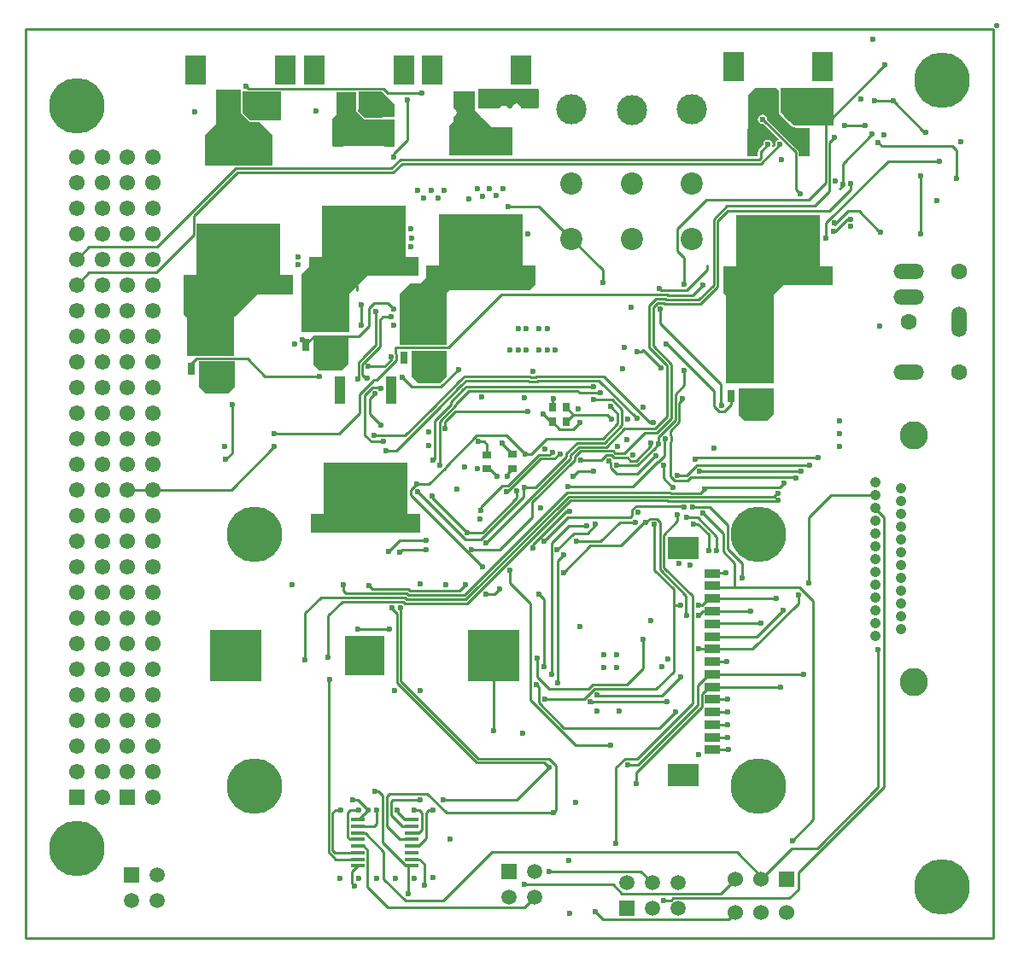
<source format=gbl>
G04*
G04 #@! TF.GenerationSoftware,Altium Limited,Altium Designer,18.1.9 (240)*
G04*
G04 Layer_Physical_Order=4*
G04 Layer_Color=16711680*
%FSLAX44Y44*%
%MOMM*%
G71*
G01*
G75*
%ADD13C,0.2540*%
%ADD22R,0.9000X0.8000*%
%ADD23R,0.8000X1.6000*%
%ADD24R,2.1000X3.0000*%
%ADD25R,0.8000X0.9000*%
%ADD34R,0.6500X1.2000*%
%ADD116C,1.0668*%
%ADD117C,2.2000*%
%ADD118C,1.5500*%
%ADD119R,1.5500X1.5500*%
%ADD120O,1.5080X3.0160*%
%ADD121O,3.0160X1.5080*%
%ADD122C,1.6000*%
%ADD123C,1.5000*%
%ADD124R,1.5000X1.5000*%
%ADD125R,1.5000X1.5000*%
%ADD126C,5.5000*%
%ADD127R,1.5240X1.5240*%
%ADD128C,1.5240*%
%ADD129C,0.6000*%
%ADD130C,2.7940*%
%ADD131C,3.0000*%
%ADD132C,0.5588*%
%ADD135R,1.4000X0.3500*%
%ADD136R,10.8000X1.9100*%
%ADD137R,8.3300X5.0800*%
%ADD138R,1.0500X2.8000*%
%ADD139R,3.9600X3.9600*%
%ADD140R,5.0800X5.0800*%
%ADD141R,3.0988X2.2098*%
%ADD142R,1.6002X0.8128*%
G36*
X507528Y842172D02*
X508426Y841274D01*
X508425Y824442D01*
X506808Y822825D01*
X491122Y822825D01*
X491058Y822904D01*
X490707Y824669D01*
X489707Y826165D01*
X488211Y827165D01*
X486445Y827516D01*
X484680Y827165D01*
X483184Y826165D01*
X482184Y824669D01*
X481833Y822904D01*
X481768Y822825D01*
X478141D01*
X477181Y824262D01*
X475684Y825262D01*
X473919Y825613D01*
X472154Y825262D01*
X470658Y824262D01*
X469698Y822825D01*
X449000D01*
X449000Y842172D01*
X507528Y842172D01*
D02*
G37*
G36*
X365400Y827000D02*
Y813833D01*
X353483D01*
Y813625D01*
X336369D01*
X329650Y820344D01*
Y821854D01*
X329782D01*
Y839323D01*
X353077D01*
X365400Y827000D01*
D02*
G37*
G36*
X219929Y839540D02*
X221019Y839323D01*
X221020Y839323D01*
X253000D01*
Y811000D01*
X222591D01*
X215000Y818591D01*
Y840000D01*
X219241D01*
X219929Y839540D01*
D02*
G37*
G36*
X801000Y806000D02*
X761000D01*
X748000Y819000D01*
Y843000D01*
X801000D01*
Y806000D01*
D02*
G37*
G36*
X328000Y819661D02*
X335685Y811976D01*
X365400D01*
Y785000D01*
X304000D01*
Y812175D01*
X308000Y816175D01*
Y839000D01*
X328000D01*
Y819661D01*
D02*
G37*
G36*
X445000Y821000D02*
X449919Y816081D01*
X449996Y815693D01*
X450996Y814196D01*
X452493Y813197D01*
X452881Y813120D01*
X462000Y804000D01*
X482500D01*
Y776000D01*
X419819D01*
Y805584D01*
X424000Y809764D01*
Y814305D01*
X424475Y814399D01*
X425972Y815399D01*
X426972Y816896D01*
X427323Y818661D01*
X426972Y820426D01*
X425972Y821923D01*
X424475Y822922D01*
X424000Y823017D01*
Y839540D01*
X445000D01*
Y821000D01*
D02*
G37*
G36*
X746350Y840650D02*
Y819000D01*
X746834Y817834D01*
X759834Y804834D01*
X761000Y804350D01*
X762650D01*
X764000Y803000D01*
X777000D01*
Y775000D01*
X766205D01*
Y779483D01*
X766205Y779483D01*
X765988Y780574D01*
X765371Y781498D01*
X765370Y781498D01*
X735074Y811795D01*
X735114Y811998D01*
X734763Y813764D01*
X733763Y815260D01*
X732267Y816260D01*
X730502Y816611D01*
X728736Y816260D01*
X727240Y815260D01*
X726240Y813764D01*
X725889Y811998D01*
X726240Y810233D01*
X727240Y808737D01*
X728736Y807737D01*
X730502Y807386D01*
X731272Y807539D01*
X746321Y792489D01*
X745997Y791421D01*
X745806Y791209D01*
X744386Y790260D01*
X743386Y788764D01*
X743035Y786998D01*
X743131Y786511D01*
X741358Y784738D01*
X741087Y784860D01*
X740310Y785486D01*
X740611Y786998D01*
X740260Y788764D01*
X739260Y790260D01*
X737764Y791260D01*
X735999Y791611D01*
X734233Y791260D01*
X732737Y790260D01*
X731737Y788764D01*
X731386Y786998D01*
X731483Y786511D01*
X726630Y781658D01*
X726012Y780734D01*
X725795Y779644D01*
X725795Y779644D01*
Y775000D01*
X716000D01*
Y836000D01*
X723000Y843000D01*
X744000D01*
X746350Y840650D01*
D02*
G37*
G36*
X213000Y818258D02*
X222258Y809000D01*
X232000D01*
X245000Y796000D01*
Y766254D01*
X208226D01*
X208226Y766255D01*
X207136Y766038D01*
X207079Y766000D01*
X178000D01*
Y796378D01*
X189000Y807378D01*
Y841000D01*
X213000D01*
Y818258D01*
D02*
G37*
G36*
X799841Y666000D02*
X800000Y665934D01*
Y647000D01*
X751000Y647000D01*
X741680Y637680D01*
X741680Y588116D01*
X741500D01*
Y550250D01*
X694500D01*
Y588116D01*
X693999D01*
Y636957D01*
X692000Y638955D01*
Y666000D01*
X799841D01*
D02*
G37*
G36*
X388880Y656750D02*
X338250D01*
X320500Y639000D01*
Y600616D01*
X273500D01*
Y639000D01*
Y645616D01*
Y650616D01*
Y658765D01*
X281000Y666265D01*
Y675680D01*
X388880D01*
Y656750D01*
D02*
G37*
G36*
X505451Y648000D02*
X499451Y642000D01*
X419819Y642000D01*
X417500Y639681D01*
Y638192D01*
D01*
Y633192D01*
Y588192D01*
X370500D01*
Y625000D01*
Y638192D01*
X381308Y649000D01*
X390850D01*
X397831Y655981D01*
Y667000D01*
X505451D01*
Y648000D01*
D02*
G37*
G36*
X265000Y638192D02*
X229192D01*
X207000Y616000D01*
X206820D01*
Y577250D01*
X159820D01*
Y615180D01*
X157000Y618000D01*
Y657000D01*
X265000D01*
Y638192D01*
D02*
G37*
G36*
X320330Y569168D02*
X313716Y562554D01*
X291530D01*
X285330Y568754D01*
Y594554D01*
X320330D01*
Y569168D01*
D02*
G37*
G36*
X417680Y556978D02*
X411066Y550364D01*
X388880D01*
X382680Y556564D01*
Y582364D01*
X417680D01*
Y556978D01*
D02*
G37*
G36*
X207000Y546614D02*
X200386Y540000D01*
X178200D01*
X172000Y546200D01*
Y572000D01*
X207000D01*
Y546614D01*
D02*
G37*
G36*
X741680Y519168D02*
X735066Y512554D01*
X712880D01*
X706680Y518754D01*
Y544554D01*
X741680D01*
Y519168D01*
D02*
G37*
%LPC*%
G36*
X493109Y661613D02*
X491344Y661262D01*
X489848Y660262D01*
X488848Y658765D01*
X488497Y657000D01*
X488848Y655235D01*
X489848Y653738D01*
X491344Y652738D01*
X493109Y652387D01*
X494875Y652738D01*
X496371Y653738D01*
X497371Y655235D01*
X497722Y657000D01*
X497371Y658765D01*
X496371Y660262D01*
X494875Y661262D01*
X493109Y661613D01*
D02*
G37*
%LPD*%
D13*
X807089Y742911D02*
X810088Y745911D01*
Y747448D01*
X817998Y741998D02*
Y747999D01*
X814320Y713000D02*
X818104D01*
X801706Y707709D02*
Y709000D01*
X793249D02*
X854710Y770461D01*
X793249Y694182D02*
Y709000D01*
X801706Y707709D02*
X814997Y721000D01*
X800998Y700999D02*
X802319D01*
X810000Y745823D02*
Y768000D01*
X807089Y742911D02*
X810000Y745823D01*
Y768000D02*
X838998Y796998D01*
X797000Y721000D02*
X817998Y741998D01*
X797064Y740564D02*
Y789064D01*
X782500Y726000D02*
X797064Y740564D01*
X793000Y749000D02*
Y807000D01*
X776000Y732000D02*
X793000Y749000D01*
X763356Y742644D02*
X768000Y738000D01*
X695000Y726000D02*
X782500D01*
X695747Y721000D02*
X797000D01*
X675000Y732000D02*
X776000D01*
X653000Y548477D02*
Y563000D01*
X643922Y539399D02*
X653000Y548477D01*
X618000Y585194D02*
Y626941D01*
X633342Y628850D02*
X668850D01*
X622064Y586877D02*
Y625258D01*
X418657Y585398D02*
X471180Y637921D01*
X628999Y609001D02*
X689000Y549000D01*
X635765Y637921D02*
X636708Y636978D01*
X471180Y637921D02*
X635765D01*
X634082Y633857D02*
X635025Y632914D01*
X624915Y633857D02*
X634082D01*
X618000Y626941D02*
X624915Y633857D01*
X622064Y625258D02*
X626599Y629793D01*
X632399D02*
X633342Y628850D01*
X626599Y629793D02*
X632399D01*
X635025Y632914D02*
X667166D01*
X634999Y588999D02*
X636001D01*
X682401Y542599D01*
X628999Y609001D02*
Y623999D01*
X628000Y644000D02*
X629795Y642205D01*
X636708Y636978D02*
X660978D01*
X605999Y580999D02*
X609999D01*
X612000Y583000D01*
X622064Y586877D02*
X639858Y569083D01*
X612000Y583000D02*
X630000Y565000D01*
X618000Y585194D02*
X635794Y567400D01*
Y516600D02*
Y567400D01*
X846970Y700000D02*
X847290D01*
X676000Y662806D02*
Y667000D01*
X655399Y642205D02*
X676000Y662806D01*
X629795Y642205D02*
X655399D01*
X652999Y647999D02*
Y674888D01*
X653000Y674890D01*
X660978Y636978D02*
X671000Y647000D01*
X667166Y632914D02*
X682000Y647747D01*
X668850Y628850D02*
X686064Y646064D01*
X682000Y647747D02*
Y713000D01*
X686064Y646064D02*
Y711317D01*
X814997Y721000D02*
X825970D01*
X802319Y700999D02*
X814320Y713000D01*
X825970Y721000D02*
X846970Y700000D01*
X393680Y558140D02*
X400350Y564810D01*
Y563694D02*
Y564810D01*
Y575174D01*
X507540Y552599D02*
X568399D01*
X507083Y552142D02*
X507540Y552599D01*
X568399D02*
X605999Y514999D01*
X436428Y546681D02*
X562999D01*
X505857Y556663D02*
X573141D01*
X300272Y84980D02*
Y256000D01*
X317422Y341628D02*
X377831D01*
X314600Y344450D02*
X317422Y341628D01*
X314600Y344450D02*
Y350592D01*
X377831Y341628D02*
X379273Y340186D01*
X682000Y323000D02*
X683000Y324000D01*
X430250Y344250D02*
X435999Y349999D01*
X380956Y344250D02*
X430250D01*
X379514Y345692D02*
X380956Y344250D01*
X314100Y333500D02*
X374464D01*
X299999Y319400D02*
X314100Y333500D01*
X292564Y337564D02*
X376147D01*
X277000Y322000D02*
X292564Y337564D01*
X340000Y349264D02*
X343572Y345692D01*
X373301Y385000D02*
X397000D01*
X370651Y382350D02*
X373301Y385000D01*
X372064Y254565D02*
Y327706D01*
X343572Y345692D02*
X379514D01*
X379273Y340186D02*
X434801D01*
X377712Y336000D02*
X436363D01*
X376147Y337564D02*
X377712Y336000D01*
X376028Y331936D02*
X438046D01*
X374464Y333500D02*
X376028Y331936D01*
X370492Y394000D02*
X397150D01*
X359492Y383000D02*
X370492Y394000D01*
X363000Y326300D02*
Y327000D01*
Y326300D02*
X368000Y321300D01*
X438046Y331936D02*
X539792Y433682D01*
X436363Y336000D02*
X538109Y437746D01*
X434801Y340186D02*
X536425Y441810D01*
X514158Y173842D02*
X519000Y169000D01*
X447040Y173842D02*
X514158D01*
X368000Y252882D02*
X447040Y173842D01*
X487000Y137000D02*
X519000Y169000D01*
X413927Y137000D02*
X487000D01*
X526000Y127094D02*
Y171000D01*
X519094Y177906D02*
X526000Y171000D01*
X448723Y177906D02*
X519094D01*
X372064Y254565D02*
X448723Y177906D01*
X522906Y124000D02*
X526000Y127094D01*
X368000Y252882D02*
Y321300D01*
X405494Y475000D02*
Y513170D01*
X361000Y143000D02*
X398000D01*
X357858Y139858D02*
X361000Y143000D01*
X417000Y124000D02*
X522906D01*
X398000Y143000D02*
X417000Y124000D01*
X357858Y110642D02*
X371000Y97500D01*
X357858Y110642D02*
Y139858D01*
X371000Y97500D02*
X383000D01*
X439113Y542113D02*
X547537D01*
X548763Y540887D02*
X569999Y540999D01*
X547537Y542113D02*
X548763Y540887D01*
X427000Y528928D02*
Y530000D01*
X439113Y542113D01*
X410206Y512134D02*
X427000Y528928D01*
X364000Y137000D02*
X391000D01*
X362205Y121494D02*
Y135205D01*
X364000Y137000D01*
X373199Y110500D02*
X383000D01*
X362205Y121494D02*
X373199Y110500D01*
X433842Y544095D02*
X436428Y546681D01*
X433842Y544095D02*
X433842D01*
X421283Y531536D02*
X433842Y544095D01*
X421283Y528958D02*
Y531536D01*
X405494Y513170D02*
X421283Y528958D01*
X388000Y450000D02*
X399834D01*
X416114Y466280D01*
Y467351D02*
X446763Y498000D01*
X416114Y466280D02*
Y467351D01*
X410206Y468794D02*
X410320Y468680D01*
X403999Y473999D02*
X404493D01*
X405494Y475000D01*
X410206Y468794D02*
Y512134D01*
X218096Y845096D02*
X221019Y842172D01*
X426054Y522234D02*
X497685D01*
X416000Y512181D02*
X426054Y522234D01*
X416000Y505000D02*
Y512181D01*
X500600Y556206D02*
X505400D01*
X500143Y556663D02*
X500600Y556206D01*
X505400D02*
X505857Y556663D01*
X434915D02*
X500143D01*
X498917Y552142D02*
X507083D01*
X498460Y552599D02*
X498917Y552142D01*
X436598Y552599D02*
X498460D01*
X432159Y548159D02*
X436598Y552599D01*
X432159Y548159D02*
X432159D01*
X430475Y546476D02*
X432159Y548159D01*
X430475Y552223D02*
X434915Y556663D01*
X430475Y552223D02*
X430475D01*
X404073Y525821D02*
X430475Y552223D01*
X573141Y556663D02*
X618804Y511000D01*
X622000D01*
X563406Y533594D02*
X581453D01*
X562999Y533187D02*
X563406Y533594D01*
X581453D02*
X591064Y523983D01*
X576539Y518906D02*
X581000Y514445D01*
X543094Y518906D02*
X576539D01*
X430475Y546476D02*
Y546476D01*
X408137Y524137D02*
X430475Y546476D01*
X411681Y546681D02*
X428999Y563999D01*
X404073Y525820D02*
Y525821D01*
X376253Y498000D02*
X404073Y525820D01*
X345000Y498000D02*
X376253D01*
X408137Y524137D02*
Y524137D01*
X367000Y483000D02*
X408137Y524137D01*
X357534Y483000D02*
X367000D01*
X373102Y556102D02*
X382523Y546681D01*
X411681D01*
X413050Y563735D02*
Y564810D01*
Y575174D01*
X406680Y557364D02*
X413050Y563735D01*
X586818Y469629D02*
X588041Y468406D01*
X403000Y436750D02*
X437751Y402000D01*
X403000Y436750D02*
Y437947D01*
X388396Y442396D02*
X435791Y395000D01*
X451259D01*
X506000Y251050D02*
X508657Y248393D01*
Y233085D02*
Y248393D01*
Y233085D02*
X533742Y208000D01*
X515000Y237000D02*
X554000D01*
X480000Y352000D02*
X500000Y332000D01*
Y235995D02*
Y332000D01*
Y235995D02*
X544995Y191000D01*
X710501Y357399D02*
X710950Y356950D01*
X663999Y474999D02*
X665000Y476000D01*
X665600Y468794D02*
X775666D01*
X658793Y461987D02*
X665600Y468794D01*
X668000Y463000D02*
X668301Y462699D01*
X659799Y456858D02*
X763140D01*
X619999Y487999D02*
Y490999D01*
X632194Y456193D02*
Y468806D01*
X638834Y457969D02*
Y491641D01*
Y457969D02*
X643599Y453205D01*
X627399Y472205D02*
X633490Y478296D01*
X626570Y472205D02*
X627399D01*
X624999Y477999D02*
Y478002D01*
X606212Y468406D02*
X623600Y485794D01*
X605412Y473412D02*
X619999Y487999D01*
X627696Y489696D02*
Y490088D01*
Y495615D01*
X623794Y485794D02*
X627696Y489696D01*
X623600Y485794D02*
X623794D01*
X602357Y447991D02*
X626570Y472205D01*
X624500Y478500D02*
X624999Y478002D01*
X537999Y447991D02*
X602357D01*
X633490Y478296D02*
Y494490D01*
X633999Y494999D01*
X632000Y455999D02*
X632194Y456193D01*
X638834Y498357D02*
Y502398D01*
Y498357D02*
X639793Y497399D01*
Y492599D02*
Y497399D01*
X638834Y491641D02*
X639793Y492599D01*
X627000Y496311D02*
X627696Y495615D01*
X645999Y458999D02*
X646793Y458205D01*
X643599Y453205D02*
X656146D01*
X641000Y446999D02*
X641999D01*
X639599Y441205D02*
X669205D01*
X638994Y441810D02*
X639599Y441205D01*
X536425Y441810D02*
X638994D01*
X637915Y437141D02*
X741265D01*
X637310Y437746D02*
X637915Y437141D01*
X538109Y437746D02*
X637310D01*
X636232Y433077D02*
X745395D01*
X635627Y433682D02*
X636232Y433077D01*
X539792Y433682D02*
X635627D01*
X605270Y428464D02*
X651534D01*
X606078Y460078D02*
X624500Y478500D01*
X588041Y468406D02*
X606212D01*
X627000Y496311D02*
X643922Y513233D01*
X599600Y473412D02*
X605412D01*
X597012Y476000D02*
X599600Y473412D01*
X583192Y476000D02*
X597012D01*
X585594Y468406D02*
X586818Y469629D01*
X577999Y472999D02*
X579800Y471198D01*
X548000Y463000D02*
X563000D01*
X542999Y457999D02*
X548000Y463000D01*
X580399Y478793D02*
X583192Y476000D01*
X575599Y478793D02*
X580399D01*
X550052Y482857D02*
X582082D01*
X583939Y481000D02*
X593578D01*
X582082Y482857D02*
X583939Y481000D01*
X570381Y473575D02*
X575599Y478793D01*
X550600Y473575D02*
X570381D01*
X500998Y479999D02*
X516048Y495049D01*
X535936Y480235D02*
X546686Y490985D01*
X540000Y478552D02*
X548369Y486921D01*
X544064Y476869D02*
X550052Y482857D01*
X548369Y486921D02*
X575416D01*
X546686Y490985D02*
X573732D01*
X516048Y495049D02*
X572049D01*
X587000Y510000D01*
X573732Y490985D02*
X591064Y508317D01*
X575416Y486921D02*
X593352Y504857D01*
X579800Y466006D02*
Y471198D01*
X493999Y446999D02*
X505335D01*
X456000Y391471D02*
Y391917D01*
X502002Y417000D02*
Y432171D01*
X544064Y474233D02*
Y476869D01*
X502002Y432171D02*
X544064Y474233D01*
X540000Y475917D02*
Y478552D01*
X456000Y391917D02*
X540000Y475917D01*
X535936Y477600D02*
Y480235D01*
X505335Y446999D02*
X535936Y477600D01*
X477398Y442200D02*
X510341Y475142D01*
X523976D02*
X528834Y480000D01*
X530142D01*
X510341Y475142D02*
X523976D01*
X508657Y479206D02*
X519618D01*
X478226Y448774D02*
X508657Y479206D01*
X655399Y458205D02*
X658793Y461599D01*
X646793Y458205D02*
X655399D01*
X656146Y453205D02*
X659799Y456858D01*
X658793Y461599D02*
Y461987D01*
X741265Y437141D02*
X745330Y441206D01*
X669205Y441205D02*
X673000Y445000D01*
X632000Y455999D02*
X641000Y446999D01*
X745395Y433077D02*
X746000Y433682D01*
X585728Y460078D02*
X606078D01*
X579800Y466006D02*
X585728Y460078D01*
X625734Y500793D02*
X639858Y514917D01*
X613371Y500793D02*
X625734D01*
X624051Y504857D02*
X635794Y516600D01*
X593352Y504857D02*
X624051D01*
X593578Y481000D02*
X613371Y500793D01*
X673000Y445000D02*
X675000Y447000D01*
X561000Y232999D02*
X562000Y234000D01*
X566550Y240450D02*
X630994D01*
X591064Y508317D02*
Y523983D01*
X581999Y525060D02*
X587000Y520059D01*
Y510000D02*
Y520059D01*
X579445Y514445D02*
X581000D01*
X379106Y44106D02*
Y71500D01*
X775666Y468794D02*
X776436Y469564D01*
X668301Y462699D02*
X769000D01*
X763140Y456858D02*
X763998Y455999D01*
X647986Y530705D02*
X650999Y533718D01*
X647986Y511550D02*
Y530705D01*
X638834Y502398D02*
X647986Y511550D01*
X665000Y476000D02*
X786000D01*
X650999Y533718D02*
Y534999D01*
X651534Y428464D02*
X652999Y426999D01*
X601206Y424400D02*
X605270Y428464D01*
X601206Y418498D02*
Y424400D01*
X599708Y417000D02*
X601206Y418498D01*
X538000Y417000D02*
X599708D01*
X589000Y412000D02*
X604751D01*
X923000Y753000D02*
Y781000D01*
X919000Y785000D02*
X923000Y781000D01*
X849000Y785000D02*
X919000D01*
X860000Y830000D02*
X891000Y799000D01*
X892000D01*
X499756Y834756D02*
X500000Y835000D01*
X202370Y554446D02*
Y564810D01*
X176970Y554492D02*
Y564810D01*
X189670Y554446D02*
Y564810D01*
X329758Y117000D02*
Y117058D01*
X851998Y865998D02*
X851998D01*
X793000Y807000D02*
X851998Y865998D01*
X203600Y444600D02*
X246000Y487000D01*
X125700Y444600D02*
X203600D01*
X100300D02*
X125700D01*
X859631Y830369D02*
X860000Y830000D01*
X841921Y830369D02*
X859631D01*
X747796Y447000D02*
X751860Y451064D01*
X776436Y469564D02*
X777000Y469000D01*
X675000Y447000D02*
X747796D01*
X643922Y513233D02*
Y539399D01*
X845000Y789000D02*
X849000Y785000D01*
X854710Y770461D02*
X906000D01*
X763356Y742644D02*
Y779483D01*
X730841Y811998D02*
X763356Y779483D01*
X730502Y811998D02*
X730841D01*
X728691Y768042D02*
X747647Y786998D01*
X491449Y833307D02*
X493000Y831756D01*
X467687Y833307D02*
X486817D01*
X465758Y831378D02*
X467687Y833307D01*
X486817D02*
X491449D01*
X497000Y826508D02*
X502492Y832000D01*
X500000Y835000D02*
X503000Y832000D01*
X502492D02*
X503000D01*
X497000Y837512D02*
X499756Y834756D01*
X493000Y831756D02*
X497000Y835756D01*
Y837512D01*
X453258Y831378D02*
X465758D01*
X349758Y818242D02*
Y830378D01*
Y818242D02*
X359492D01*
X339000Y818591D02*
Y828636D01*
X337258Y830378D02*
X339000Y828636D01*
X359492Y818242D02*
Y826508D01*
X243500Y819242D02*
Y830500D01*
X231758Y819242D02*
X243500D01*
X639858Y514917D02*
Y569083D01*
X465000Y341000D02*
X470000Y346000D01*
X456000Y341000D02*
X465000D01*
X480000Y352000D02*
Y365000D01*
X533000Y362217D02*
X559719Y388936D01*
X527206Y374206D02*
X533000Y380000D01*
X527206Y253452D02*
Y374206D01*
Y253452D02*
X527405Y253254D01*
X559719Y388936D02*
X589880D01*
X612850Y411906D01*
X614613D01*
X646359Y413359D02*
Y419718D01*
X632701Y399701D02*
X646359Y413359D01*
X632701Y367299D02*
Y399701D01*
Y367299D02*
X661000Y339000D01*
Y232806D02*
Y339000D01*
X625399Y415793D02*
X628793Y412399D01*
Y407599D02*
Y412399D01*
X628637Y407444D02*
X628793Y407599D01*
X628637Y365110D02*
Y407444D01*
Y365110D02*
X654793Y338955D01*
Y320207D02*
Y338955D01*
X642170Y330000D02*
Y345830D01*
X622999Y365001D02*
X642170Y345830D01*
X622999Y365001D02*
Y409999D01*
X628000Y208000D02*
X644000Y224000D01*
X594164Y177794D02*
X605988D01*
X661000Y232806D01*
X533742Y208000D02*
X628000D01*
X585000Y168631D02*
X594164Y177794D01*
X585000Y94000D02*
Y168631D01*
X677484Y261500D02*
X681000D01*
X666141Y250157D02*
X677484Y261500D01*
X666141Y230904D02*
Y250157D01*
X607237Y172000D02*
X666141Y230904D01*
X596563Y172000D02*
X607237D01*
X677484Y249000D02*
X681000D01*
X670205Y241721D02*
X677484Y249000D01*
X670205Y229221D02*
Y241721D01*
X605300Y152700D02*
Y164316D01*
X670205Y229221D01*
X544995Y191000D02*
X580328D01*
X331936Y539877D02*
X341264Y549205D01*
X331936Y539742D02*
Y539877D01*
X341264Y549205D02*
X341399D01*
X344793Y552599D02*
Y553030D01*
X341399Y549205D02*
X344793Y552599D01*
X336000Y498806D02*
Y538058D01*
X331000Y538806D02*
X331936Y539742D01*
X331000Y520500D02*
Y538806D01*
X344793Y553030D02*
X348142D01*
X554000Y237000D02*
X564000Y247000D01*
X464000Y205842D02*
Y280000D01*
X646206Y681684D02*
X653000Y674890D01*
X446763Y498000D02*
X476998D01*
X449000Y492043D02*
X454355D01*
X454406Y492094D01*
X457500Y489000D01*
X698950Y528756D02*
Y537750D01*
X687600Y522206D02*
X692400D01*
X698950Y528756D01*
X682401Y527405D02*
Y542599D01*
Y527405D02*
X687600Y522206D01*
X832169Y805998D02*
X832584Y805584D01*
X811998Y805998D02*
X832169D01*
X503000Y390194D02*
X535806Y423000D01*
X514000Y393000D02*
X538000Y417000D01*
X493874Y437614D02*
Y446874D01*
X451259Y395000D02*
X493874Y437614D01*
X470002Y385000D02*
X502002Y417000D01*
X169356Y574456D02*
X219802D01*
X164270Y569370D02*
X169356Y574456D01*
X164270Y564750D02*
Y569370D01*
X219802Y574456D02*
X237258Y557000D01*
X291000D01*
X359000Y630000D02*
X365000Y624000D01*
X345700Y630000D02*
X359000D01*
X340000Y624300D02*
X345700Y630000D01*
X340000Y606806D02*
Y624300D01*
X330194Y597000D02*
X340000Y606806D01*
X333000Y608000D02*
Y627748D01*
X286333Y597000D02*
X330194D01*
X277950Y588617D02*
X286333Y597000D01*
X277950Y588116D02*
Y588617D01*
X290300Y577046D02*
Y587364D01*
X366655Y579866D02*
X367794Y578727D01*
X348142Y553030D02*
X367794Y572682D01*
X355965Y566600D02*
X362000Y572635D01*
X367794Y572682D02*
Y578727D01*
X362000Y572635D02*
Y576000D01*
X354000Y616000D02*
X362000D01*
X351063Y613063D02*
X354000Y616000D01*
X337336Y572394D02*
X351063Y586121D01*
X335653Y576458D02*
X346999Y587805D01*
X351063Y586121D02*
Y613063D01*
X346999Y587805D02*
Y620999D01*
X339600Y566600D02*
X355965D01*
X366655Y579866D02*
Y585398D01*
X572000Y650000D02*
Y662650D01*
X522000Y533594D02*
X523406Y535000D01*
X689000Y529000D02*
Y549000D01*
Y529000D02*
X690000Y528000D01*
X711650Y525584D02*
Y527046D01*
Y537364D01*
X717680Y519554D02*
Y520330D01*
X711650Y525584D02*
X717680Y519554D01*
Y520330D02*
X724350Y527000D01*
X329758Y117058D02*
X339600Y126900D01*
X329206Y137000D02*
X339306Y126900D01*
X324000Y137000D02*
X329206D01*
X339306Y126900D02*
X339600D01*
X376500Y71500D02*
X379106D01*
X383000D01*
X246000Y500000D02*
X310500D01*
X331000Y520500D01*
X343736Y545794D02*
X350904D01*
X336000Y538058D02*
X343736Y545794D01*
X345932Y539931D02*
X346067D01*
X328999Y553999D02*
X329742Y554742D01*
X341000Y535000D02*
X345932Y539931D01*
X337250Y554999D02*
X338999D01*
X333806Y558443D02*
X337250Y554999D01*
X337200Y572394D02*
X337336D01*
X333806Y569000D02*
X337200Y572394D01*
X335517Y576458D02*
X335653D01*
X329742Y570684D02*
X335517Y576458D01*
X366655Y585398D02*
X418657D01*
X198300Y474300D02*
X205000Y481000D01*
Y528646D01*
X703000Y347965D02*
X767036D01*
X682035D02*
X703000D01*
Y371792D01*
X691278Y383514D02*
X703000Y371792D01*
X691278Y383514D02*
Y400722D01*
X671000Y421000D02*
X691278Y400722D01*
X665875Y416873D02*
X684999Y397749D01*
X655692Y416873D02*
X665875D01*
X666267Y410733D02*
X677000Y400000D01*
X662000Y410733D02*
X666267D01*
X660999Y426999D02*
X678501D01*
X696206Y409294D01*
X710501Y357399D02*
Y371260D01*
X696206Y385555D02*
X710501Y371260D01*
X696206Y385555D02*
Y409294D01*
X654793Y320207D02*
X655000Y320000D01*
X671000Y324000D02*
X681000D01*
X667000Y320000D02*
X671000Y324000D01*
X642170Y329999D02*
X648999D01*
X618500Y415793D02*
X625399D01*
X614613Y411906D02*
X618500Y415793D01*
X570000Y393000D02*
X589000Y412000D01*
X546000Y393000D02*
X570000D01*
X798000Y439500D02*
X842600D01*
X776000Y417500D02*
X798000Y439500D01*
X776000Y352000D02*
Y417500D01*
X720694Y286500D02*
X766000Y331806D01*
Y340000D01*
X681000Y336500D02*
X744000D01*
X677436D02*
X681000D01*
X670936Y330000D02*
X677436Y336500D01*
X667000Y330000D02*
X670936D01*
X642170Y264170D02*
Y330000D01*
X642170Y329999D01*
X329001Y306151D02*
X359999D01*
X329000Y306150D02*
X329001Y306151D01*
X507451Y258743D02*
X519139Y247055D01*
X507451Y258743D02*
Y277000D01*
X562000Y234000D02*
X635538D01*
X566550Y240450D02*
Y240657D01*
X558308Y247055D02*
X562317Y251064D01*
X519139Y247055D02*
X558308D01*
X560000Y234000D02*
X561000Y232999D01*
X630994Y240450D02*
X649544Y259000D01*
X667500Y286500D02*
X681000D01*
X757294Y39294D02*
X766277Y48278D01*
X642136Y39294D02*
X757294D01*
X639842Y37000D02*
X642136Y39294D01*
X632000Y37000D02*
X639842D01*
X591336Y44106D02*
X689196D01*
X766277Y48278D02*
Y64986D01*
X850794Y149503D01*
Y394934D01*
X850728Y395000D02*
X850794Y394934D01*
X845000Y149456D02*
Y286000D01*
X850728Y395000D02*
Y417467D01*
X842600Y425595D02*
X850728Y417467D01*
X842600Y425595D02*
Y426800D01*
X681000Y286500D02*
X720694D01*
X767036Y347965D02*
X781000Y334000D01*
X382000Y439000D02*
X453000Y368000D01*
X382000Y439000D02*
Y444364D01*
X442000Y385000D02*
X470002D01*
X565000Y409384D02*
Y410000D01*
X538313Y408578D02*
X556000D01*
X646206Y681684D02*
Y703206D01*
X503000Y387000D02*
Y390194D01*
X686064Y711317D02*
X695747Y721000D01*
X682000Y713000D02*
X695000Y726000D01*
X797064Y789064D02*
X801998Y793998D01*
X486817Y436305D02*
Y443424D01*
X452756Y402244D02*
X486817Y436305D01*
X437943Y402244D02*
X452756D01*
X437943Y402192D02*
Y402244D01*
X437751Y402000D02*
X437943Y402192D01*
X388226Y442396D02*
X388396D01*
X646206Y703206D02*
X675000Y732000D01*
X728644Y779644D02*
X735999Y786998D01*
X728644Y773743D02*
Y779644D01*
X372983Y768042D02*
X728691D01*
X364283Y759342D02*
X372983Y768042D01*
X209909Y759342D02*
X364283D01*
X166556Y715989D02*
X209909Y759342D01*
X166556Y697294D02*
Y715989D01*
X129220Y659958D02*
X166556Y697294D01*
X62958Y659958D02*
X129220D01*
X50800Y647800D02*
X62958Y659958D01*
X727008Y772106D02*
X728644Y773743D01*
X371300Y772106D02*
X727008D01*
X362600Y763406D02*
X371300Y772106D01*
X720600Y788900D02*
Y828600D01*
X727000Y835000D01*
X208226Y763406D02*
X362600D01*
X130178Y685358D02*
X208226Y763406D01*
X62958Y685358D02*
X130178D01*
X50800Y673200D02*
X62958Y685358D01*
X365000Y778000D02*
X378000Y791000D01*
X365000Y774000D02*
Y778000D01*
X724350Y525884D02*
Y527000D01*
Y525884D02*
X730680Y519554D01*
X724350Y527000D02*
Y537364D01*
X218096Y845000D02*
Y845096D01*
X221019Y842172D02*
X354415D01*
X358587Y838000D01*
X392435D01*
X378000Y791000D02*
Y831000D01*
X541250Y693400D02*
X572000Y662650D01*
X508962Y725688D02*
X541250Y693400D01*
X341000Y519563D02*
Y535000D01*
X342600Y492206D02*
X355112D01*
X336000Y498806D02*
X342600Y492206D01*
X350904Y545794D02*
X351935Y544763D01*
X329742Y554742D02*
Y570684D01*
X341000Y519563D02*
X351935Y508628D01*
X521206Y261294D02*
Y391471D01*
X513999Y269000D02*
Y335425D01*
X514000Y335426D01*
X562317Y251064D02*
X596064D01*
X564000Y247000D02*
X625000D01*
X521206Y391471D02*
X538313Y408578D01*
X596064Y251064D02*
X612451Y267451D01*
X625000Y247000D02*
X642170Y264170D01*
X527000Y385000D02*
X543400Y401400D01*
X557016D01*
X508426Y341000D02*
X514000Y335426D01*
X612451Y267451D02*
Y296000D01*
X382000Y444364D02*
X387636Y450000D01*
X388000D01*
X494999Y479999D02*
X500998D01*
X476998Y498000D02*
X494999Y479999D01*
X472774Y448774D02*
X478226D01*
X451499Y427499D02*
X472774Y448774D01*
X451499Y424000D02*
Y427499D01*
X477500Y460500D02*
X482500Y465500D01*
X477500Y457500D02*
Y460500D01*
X460047Y464953D02*
X467500Y457500D01*
X457500Y464953D02*
X460047D01*
X476999Y442200D02*
X477398D01*
X684999Y383999D02*
Y397749D01*
X581999Y525060D02*
Y526001D01*
X681500Y362000D02*
X694000D01*
X677000Y384000D02*
Y400000D01*
X557016Y401400D02*
X565000Y409384D01*
X710052Y356950D02*
X710950D01*
X681000Y349000D02*
X682035Y347965D01*
X462000Y84980D02*
X705020D01*
X737050Y525924D02*
Y527000D01*
Y537364D01*
X784444Y88900D02*
X845000Y149456D01*
X759390Y88900D02*
X784444D01*
X729000Y58510D02*
X759390Y88900D01*
X781000Y117000D02*
Y334000D01*
X696816Y18706D02*
X703600Y25490D01*
X572294Y18706D02*
X696816D01*
X494000Y53000D02*
X582442D01*
X346000Y145000D02*
X350000D01*
X353794Y141206D01*
Y94206D02*
Y141206D01*
Y94206D02*
X376500Y71500D01*
X367999Y125001D02*
Y127000D01*
Y125001D02*
X376000Y117000D01*
X348000Y113000D02*
Y127000D01*
X345500Y110500D02*
X348000Y113000D01*
Y127000D02*
X348000Y127000D01*
X681000Y299000D02*
X725000D01*
X777000Y812000D02*
X788000D01*
X766000D02*
X777000D01*
X756997D02*
X766000D01*
Y833500D01*
X730680Y519554D02*
X737050Y525924D01*
X400350Y563694D02*
X406680Y557364D01*
X393680D02*
Y558140D01*
X387650Y563394D02*
Y564856D01*
Y563394D02*
X393680Y557364D01*
X387650Y564856D02*
Y575174D01*
X176970Y553030D02*
X183000Y547000D01*
X176970Y553030D02*
Y554492D01*
X183000Y547776D02*
X189670Y554446D01*
X183000Y547000D02*
Y547776D01*
X189670Y553330D02*
X196000Y547000D01*
X189670Y553330D02*
Y554446D01*
X196000Y547000D02*
X202370Y553370D01*
Y554446D01*
X315700Y577000D02*
Y587364D01*
X303000Y577000D02*
Y587364D01*
X752000Y816997D02*
X756997Y812000D01*
X739500Y820800D02*
X771400Y788900D01*
X323000Y54400D02*
Y65500D01*
Y54400D02*
X326000Y51400D01*
X339000Y50600D02*
X359294Y30306D01*
X339000Y50600D02*
Y87201D01*
X335201Y91000D02*
X339000Y87201D01*
X413620Y36600D02*
X462000Y84980D01*
X376400Y36600D02*
X413620D01*
X729000Y58510D02*
Y61000D01*
X705020Y84980D02*
X729000Y61000D01*
X390000Y78000D02*
X395000Y73000D01*
Y52000D02*
Y73000D01*
X355000Y58000D02*
X376400Y36600D01*
X304336Y124336D02*
X307000Y127000D01*
X304336Y86664D02*
Y124336D01*
Y86664D02*
X306500Y84500D01*
X300272Y84980D02*
X307253Y78000D01*
X299999Y277999D02*
Y319400D01*
X300272Y256000D02*
X300999D01*
X323000Y65500D02*
X329000Y71500D01*
X494452Y30306D02*
X504746Y40600D01*
X359294Y30306D02*
X494452D01*
X383000Y78000D02*
X390000D01*
X329000Y91000D02*
X335201D01*
X355000Y58000D02*
Y85600D01*
X336600Y104000D02*
X355000Y85600D01*
X307253Y78000D02*
X329000D01*
Y104000D02*
X336600D01*
X389202Y91000D02*
X397005Y98804D01*
Y124206D01*
X383000Y91000D02*
X389202D01*
X397005Y124206D02*
X399699Y126900D01*
X403600D01*
X389900Y127100D02*
X392794Y124206D01*
X389201Y104000D02*
X392794Y107593D01*
Y124206D01*
X322000Y127000D02*
X330400D01*
X319000Y124000D02*
X322000Y127000D01*
X319000Y100000D02*
Y124000D01*
Y100000D02*
X321500Y97500D01*
X329000D01*
X307000Y127000D02*
X312000D01*
X306500Y84500D02*
X329000D01*
Y110500D02*
X345500D01*
X384900Y127100D02*
X389900D01*
X383000Y104000D02*
X389201D01*
X376000Y117000D02*
X383000D01*
X535806Y423000D02*
X539000D01*
X887000Y698000D02*
Y755549D01*
X333806Y558443D02*
Y569000D01*
X529294Y504706D02*
X542677D01*
X522000Y512000D02*
X529294Y504706D01*
X683000Y324000D02*
X719000D01*
X542677Y504706D02*
X549276Y511305D01*
X520305Y512000D02*
X522000D01*
X513000Y519305D02*
X520305Y512000D01*
X471499Y490500D02*
X482500Y479500D01*
X471499Y490500D02*
X472000D01*
X547756Y511305D02*
X549276D01*
X536188Y512000D02*
X543094Y518906D01*
X536000Y512000D02*
X536188D01*
X522000Y526000D02*
Y533594D01*
X434712Y657250D02*
X451499D01*
X421250D02*
X434712D01*
X408042D02*
X421250D01*
X211000Y648050D02*
X220206Y638844D01*
X309857Y665159D02*
X328066Y646951D01*
X162520Y620206D02*
X163254Y620940D01*
X314604Y641940D02*
Y645655D01*
X309857Y650402D02*
X314604Y645655D01*
X287934Y641940D02*
Y643236D01*
X309857Y665159D01*
X301396Y641940D02*
X309857Y650402D01*
Y665159D01*
X328066Y641940D02*
Y646951D01*
X277000Y276000D02*
Y322000D01*
X457500Y478953D02*
Y489000D01*
X324258Y820742D02*
X346691Y798309D01*
X324258Y820742D02*
Y831378D01*
X346691Y798309D02*
X360257D01*
X309457D02*
X311758Y800610D01*
Y831378D01*
X426099Y789400D02*
X428258Y791559D01*
Y831378D01*
X472741Y789400D02*
X476899D01*
X440758Y821383D02*
X472741Y789400D01*
X440758Y821383D02*
Y831378D01*
X185600Y780200D02*
X194258Y788858D01*
Y831378D01*
X206758Y809842D02*
X236400Y780200D01*
X206758Y809842D02*
Y831378D01*
X219258Y819258D02*
Y831378D01*
X231758Y819242D02*
Y831378D01*
X764500Y835000D02*
X766000Y833500D01*
X739500Y820800D02*
Y835000D01*
X727000D02*
X739500D01*
X752000Y816997D02*
Y835000D01*
X745330Y441206D02*
X746000D01*
X760000Y96000D02*
X781000Y117000D01*
X518042Y66000D02*
X519042D01*
X609400D01*
X621000Y54400D01*
X681000Y236500D02*
X695500D01*
X681000Y249000D02*
X748000D01*
X681000Y261500D02*
X771500D01*
X681000Y224000D02*
X695499D01*
X681000Y199000D02*
X695706D01*
X681000Y186500D02*
X696500D01*
X681000Y211500D02*
X695706D01*
X682000Y312500D02*
X682500Y312000D01*
X683000Y312500D02*
X729000D01*
X725000Y299000D02*
X751000Y325000D01*
X682500Y312000D02*
X683000Y312500D01*
X681000Y324000D02*
X682000Y323000D01*
X681000Y274000D02*
X695000D01*
X681000Y311500D02*
X682000Y312500D01*
X681000Y361500D02*
X681500Y362000D01*
X565000Y26000D02*
X572294Y18706D01*
X582442Y53000D02*
X591336Y44106D01*
X689196D02*
X703600Y58510D01*
X536000Y526000D02*
X543094Y518906D01*
X478491Y725688D02*
X508962D01*
X0Y901700D02*
X958850D01*
X958850Y0D01*
X0D02*
X958850D01*
X0D02*
Y901700D01*
D22*
X457500Y478953D02*
D03*
Y464953D02*
D03*
X482500Y479500D02*
D03*
Y465500D02*
D03*
D23*
X349258Y831378D02*
D03*
X336758D02*
D03*
X311758D02*
D03*
X324258D02*
D03*
X764500Y835000D02*
D03*
X752000D02*
D03*
X727000D02*
D03*
X739500D02*
D03*
X231758Y831378D02*
D03*
X219258D02*
D03*
X194258D02*
D03*
X206758D02*
D03*
X465758D02*
D03*
X453258D02*
D03*
X428258D02*
D03*
X440758D02*
D03*
D24*
X374758Y860378D02*
D03*
X286258D02*
D03*
X790000Y864000D02*
D03*
X701500D02*
D03*
X257258Y860378D02*
D03*
X168758D02*
D03*
X491258D02*
D03*
X402758D02*
D03*
D25*
X536000Y512000D02*
D03*
X522000D02*
D03*
X536000Y526000D02*
D03*
X522000D02*
D03*
D34*
X317066Y644306D02*
D03*
X303604D02*
D03*
X290396D02*
D03*
X276934D02*
D03*
X277950Y588116D02*
D03*
X290650D02*
D03*
X303350D02*
D03*
X316050D02*
D03*
X203386Y620940D02*
D03*
X189924D02*
D03*
X176716D02*
D03*
X163254D02*
D03*
X164270Y564750D02*
D03*
X176970D02*
D03*
X189670D02*
D03*
X202370D02*
D03*
X737050Y537750D02*
D03*
X724350D02*
D03*
X711650D02*
D03*
X698950D02*
D03*
X697934Y593940D02*
D03*
X711396D02*
D03*
X724604D02*
D03*
X738066D02*
D03*
X413050Y575692D02*
D03*
X400350D02*
D03*
X387650D02*
D03*
X374950D02*
D03*
X373934Y631882D02*
D03*
X387396D02*
D03*
X400604D02*
D03*
X414066D02*
D03*
D116*
X868000Y306150D02*
D03*
Y318850D02*
D03*
Y331550D02*
D03*
Y344250D02*
D03*
Y356950D02*
D03*
Y369650D02*
D03*
Y382350D02*
D03*
Y395050D02*
D03*
Y407750D02*
D03*
Y420450D02*
D03*
Y433150D02*
D03*
Y445850D02*
D03*
X842600Y299800D02*
D03*
Y312500D02*
D03*
Y325200D02*
D03*
Y337900D02*
D03*
Y350600D02*
D03*
Y363300D02*
D03*
Y376000D02*
D03*
Y388700D02*
D03*
Y401400D02*
D03*
Y414100D02*
D03*
Y426800D02*
D03*
Y439500D02*
D03*
Y452200D02*
D03*
D117*
X541250Y748400D02*
D03*
Y693400D02*
D03*
X660000Y748400D02*
D03*
Y693400D02*
D03*
X601000Y748200D02*
D03*
Y693200D02*
D03*
D118*
X76200Y774800D02*
D03*
Y749400D02*
D03*
Y724000D02*
D03*
Y698600D02*
D03*
Y673200D02*
D03*
Y647800D02*
D03*
Y622400D02*
D03*
Y597000D02*
D03*
Y571600D02*
D03*
Y546200D02*
D03*
Y520800D02*
D03*
Y495400D02*
D03*
Y470000D02*
D03*
Y444600D02*
D03*
Y419200D02*
D03*
Y393800D02*
D03*
Y368400D02*
D03*
Y343000D02*
D03*
Y317600D02*
D03*
Y292200D02*
D03*
Y266800D02*
D03*
Y241400D02*
D03*
Y216000D02*
D03*
Y190600D02*
D03*
Y165200D02*
D03*
Y139800D02*
D03*
X50800Y774800D02*
D03*
Y749400D02*
D03*
Y724000D02*
D03*
Y698600D02*
D03*
Y673200D02*
D03*
Y647800D02*
D03*
Y622400D02*
D03*
Y597000D02*
D03*
Y571600D02*
D03*
Y546200D02*
D03*
Y520800D02*
D03*
Y495400D02*
D03*
Y470000D02*
D03*
Y444600D02*
D03*
Y419200D02*
D03*
Y393800D02*
D03*
Y368400D02*
D03*
Y343000D02*
D03*
Y317600D02*
D03*
Y292200D02*
D03*
Y266800D02*
D03*
Y241400D02*
D03*
Y216000D02*
D03*
Y190600D02*
D03*
Y165200D02*
D03*
X125700Y774800D02*
D03*
Y749400D02*
D03*
Y724000D02*
D03*
Y698600D02*
D03*
Y673200D02*
D03*
Y647800D02*
D03*
Y622400D02*
D03*
Y597000D02*
D03*
Y571600D02*
D03*
Y546200D02*
D03*
Y520800D02*
D03*
Y495400D02*
D03*
Y470000D02*
D03*
Y444600D02*
D03*
Y419200D02*
D03*
Y393800D02*
D03*
Y368400D02*
D03*
Y343000D02*
D03*
Y317600D02*
D03*
Y292200D02*
D03*
Y266800D02*
D03*
Y241400D02*
D03*
Y216000D02*
D03*
Y190600D02*
D03*
Y165200D02*
D03*
Y139800D02*
D03*
X100300Y774800D02*
D03*
Y749400D02*
D03*
Y724000D02*
D03*
Y698600D02*
D03*
Y673200D02*
D03*
Y647800D02*
D03*
Y622400D02*
D03*
Y597000D02*
D03*
Y571600D02*
D03*
Y546200D02*
D03*
Y520800D02*
D03*
Y495400D02*
D03*
Y470000D02*
D03*
Y444600D02*
D03*
Y419200D02*
D03*
Y393800D02*
D03*
Y368400D02*
D03*
Y343000D02*
D03*
Y317600D02*
D03*
Y292200D02*
D03*
Y266800D02*
D03*
Y241400D02*
D03*
Y216000D02*
D03*
Y190600D02*
D03*
Y165200D02*
D03*
D119*
X50800Y139800D02*
D03*
X100300D02*
D03*
D120*
X925000Y610900D02*
D03*
D121*
X875000Y660900D02*
D03*
Y560900D02*
D03*
Y635900D02*
D03*
D122*
Y610900D02*
D03*
X925000Y660900D02*
D03*
Y560900D02*
D03*
D123*
X646400Y54400D02*
D03*
Y29000D02*
D03*
X621000Y54400D02*
D03*
Y29000D02*
D03*
X595600Y54400D02*
D03*
X504746Y66000D02*
D03*
X479346Y40600D02*
D03*
X504746D02*
D03*
X130000Y36600D02*
D03*
X104600D02*
D03*
X130000Y62000D02*
D03*
D124*
X595600Y29000D02*
D03*
D125*
X479346Y66000D02*
D03*
X104600Y62000D02*
D03*
D126*
X908100Y50800D02*
D03*
Y850900D02*
D03*
X50800Y825500D02*
D03*
Y88900D02*
D03*
X726500Y400000D02*
D03*
Y150000D02*
D03*
X226500D02*
D03*
Y400000D02*
D03*
D127*
X754400Y58510D02*
D03*
D128*
X729000D02*
D03*
X703600D02*
D03*
X754400Y25490D02*
D03*
X729000D02*
D03*
X703600D02*
D03*
D129*
X810088Y747448D02*
D03*
X817998Y747999D02*
D03*
X818104Y713000D02*
D03*
X801706Y709000D02*
D03*
X818104Y705423D02*
D03*
X793249Y694182D02*
D03*
X800998Y700999D02*
D03*
X802998Y750999D02*
D03*
X838998Y796998D02*
D03*
X768000Y738000D02*
D03*
X634999Y588999D02*
D03*
X628999Y623999D02*
D03*
X628000Y644000D02*
D03*
X605999Y580999D02*
D03*
X599999Y624999D02*
D03*
X630000Y565000D02*
D03*
X493109Y657000D02*
D03*
X497999Y697999D02*
D03*
X847000Y607000D02*
D03*
X806622Y513000D02*
D03*
X847290Y700000D02*
D03*
X652999Y647999D02*
D03*
X671000Y647000D02*
D03*
X400350Y564810D02*
D03*
X562999Y546681D02*
D03*
X370651Y382350D02*
D03*
X372064Y327706D02*
D03*
X397000Y385000D02*
D03*
X397150Y394000D02*
D03*
X359492Y383000D02*
D03*
X363000Y327000D02*
D03*
X360251Y306150D02*
D03*
X522906Y124000D02*
D03*
X569999Y540999D02*
D03*
X519000Y169000D02*
D03*
X413927Y137000D02*
D03*
X391000D02*
D03*
X410320Y468680D02*
D03*
X403999Y473999D02*
D03*
X416000Y505000D02*
D03*
X503000Y562000D02*
D03*
X563406Y533594D02*
D03*
X428999Y563999D02*
D03*
X413050Y564810D02*
D03*
X494485Y536000D02*
D03*
X592000Y564750D02*
D03*
X403000Y437947D02*
D03*
X506000Y251050D02*
D03*
X515000Y237000D02*
D03*
X663999Y474999D02*
D03*
X668000Y463000D02*
D03*
X619999Y490999D02*
D03*
X632194Y468806D02*
D03*
X624999Y477999D02*
D03*
X627696Y490088D02*
D03*
X633999Y494999D02*
D03*
X645999Y458999D02*
D03*
X641999Y446999D02*
D03*
X585594Y468406D02*
D03*
X577999Y472999D02*
D03*
X563000Y463000D02*
D03*
X542999Y457999D02*
D03*
X550600Y473575D02*
D03*
X530142Y480000D02*
D03*
X522164Y481524D02*
D03*
X515000Y485000D02*
D03*
X622000Y511000D02*
D03*
X597000Y514844D02*
D03*
X581000D02*
D03*
X605999Y514999D02*
D03*
X611999Y525999D02*
D03*
X769000Y462699D02*
D03*
X763998Y455999D02*
D03*
X650999Y534999D02*
D03*
X607000Y422000D02*
D03*
X927000Y790000D02*
D03*
X892000Y799000D02*
D03*
X851998Y865998D02*
D03*
X840000Y891000D02*
D03*
X246000Y487000D02*
D03*
X860000Y830000D02*
D03*
X751860Y451064D02*
D03*
X673000Y445000D02*
D03*
X595600Y494000D02*
D03*
X730502Y811998D02*
D03*
X747647Y786998D02*
D03*
X486817Y833307D02*
D03*
X503000Y832000D02*
D03*
X497000Y837512D02*
D03*
Y826508D02*
D03*
X349758Y818242D02*
D03*
X339000Y818591D02*
D03*
X359492Y826508D02*
D03*
Y818242D02*
D03*
X243500Y830500D02*
D03*
Y819242D02*
D03*
X682000Y486000D02*
D03*
X435999Y349999D02*
D03*
X340000Y349264D02*
D03*
X456000Y341000D02*
D03*
X470000Y346000D02*
D03*
X480000Y365000D02*
D03*
X533000Y362217D02*
D03*
X647999Y370999D02*
D03*
X659000Y369999D02*
D03*
X644000Y224000D02*
D03*
X492400Y202600D02*
D03*
X416200Y350489D02*
D03*
X263800Y350200D02*
D03*
X390800Y350800D02*
D03*
Y245101D02*
D03*
X365400Y244900D02*
D03*
X464000Y205842D02*
D03*
X451940Y536319D02*
D03*
X449000Y492043D02*
D03*
X841921Y830369D02*
D03*
X811998Y805998D02*
D03*
X510500Y426406D02*
D03*
X493999Y446999D02*
D03*
X291000Y557000D02*
D03*
X365000Y624000D02*
D03*
X333000Y608000D02*
D03*
X274109Y593011D02*
D03*
X290300Y577046D02*
D03*
X333000Y627748D02*
D03*
X373000Y556000D02*
D03*
X362000Y576000D02*
D03*
Y616000D02*
D03*
X365000Y608000D02*
D03*
X346999Y620999D02*
D03*
X572000Y650000D02*
D03*
X523406Y535000D02*
D03*
X497685Y522234D02*
D03*
X690000Y528000D02*
D03*
X711650Y527046D02*
D03*
X717680Y519554D02*
D03*
X339600Y126900D02*
D03*
X420578Y97922D02*
D03*
X246000Y500000D02*
D03*
X346067Y539931D02*
D03*
X328999Y553999D02*
D03*
X338999Y554999D02*
D03*
X339600Y566600D02*
D03*
X198300Y474300D02*
D03*
X205000Y528646D02*
D03*
X266999Y588999D02*
D03*
X580328Y191000D02*
D03*
X596563Y172000D02*
D03*
X671000Y421000D02*
D03*
X655000Y320000D02*
D03*
X667000D02*
D03*
X648999Y329999D02*
D03*
X622999Y409999D02*
D03*
X614613Y411906D02*
D03*
X604751Y412000D02*
D03*
X776000Y352000D02*
D03*
X766000Y340000D02*
D03*
X744000Y336500D02*
D03*
X667000Y330000D02*
D03*
X635538Y234000D02*
D03*
X566550Y240657D02*
D03*
X560000Y234000D02*
D03*
X566550Y225000D02*
D03*
X649544Y259000D02*
D03*
X667500Y286500D02*
D03*
X632000Y37000D02*
D03*
X845000Y286000D02*
D03*
X442000Y385000D02*
D03*
X456000Y391471D02*
D03*
X537999Y447991D02*
D03*
X565000Y410000D02*
D03*
X556000Y408578D02*
D03*
X587000Y487586D02*
D03*
X653000Y563000D02*
D03*
X602000Y479206D02*
D03*
X801998Y793998D02*
D03*
X832584Y805584D02*
D03*
X437943Y402244D02*
D03*
X388226Y442396D02*
D03*
X503000Y387000D02*
D03*
X593650Y585650D02*
D03*
X735999Y786998D02*
D03*
X381999Y702999D02*
D03*
Y685358D02*
D03*
X388848Y741680D02*
D03*
X394321Y734181D02*
D03*
X401820Y741680D02*
D03*
X409321Y734179D02*
D03*
X414548Y741680D02*
D03*
X197000Y487000D02*
D03*
X724350Y527000D02*
D03*
X218096Y845000D02*
D03*
X378000Y831000D02*
D03*
X392435Y838000D02*
D03*
X906000Y770461D02*
D03*
X365000Y774000D02*
D03*
X383000Y694014D02*
D03*
X439700Y732700D02*
D03*
X460022Y742680D02*
D03*
X355112Y492206D02*
D03*
X527405Y253254D02*
D03*
X521206Y261294D02*
D03*
X513999Y269000D02*
D03*
X533000Y380000D02*
D03*
X514000Y393000D02*
D03*
X546000D02*
D03*
X527000Y385000D02*
D03*
X508426Y341000D02*
D03*
X453000Y368000D02*
D03*
X586000Y280999D02*
D03*
X573000D02*
D03*
X507451Y277000D02*
D03*
X630999Y269000D02*
D03*
X334534Y428228D02*
D03*
X320534Y428628D02*
D03*
X467500Y457500D02*
D03*
X476999Y442200D02*
D03*
X684999Y383999D02*
D03*
X620000Y315000D02*
D03*
X694000Y362000D02*
D03*
X677000Y384000D02*
D03*
X655692Y416873D02*
D03*
X662000Y410733D02*
D03*
X710052Y356950D02*
D03*
X549800Y308405D02*
D03*
X660999Y426999D02*
D03*
X652999D02*
D03*
X646359Y419718D02*
D03*
X314600Y350592D02*
D03*
X329000Y306150D02*
D03*
X612451Y296000D02*
D03*
X636376Y276700D02*
D03*
X585000Y94000D02*
D03*
X737050Y527000D02*
D03*
X357534Y483000D02*
D03*
X324000Y137000D02*
D03*
X346000Y145000D02*
D03*
X367999Y127000D02*
D03*
X379106Y44106D02*
D03*
X777000Y812000D02*
D03*
X766000D02*
D03*
X453131Y735789D02*
D03*
X466873Y736577D02*
D03*
X351935Y544763D02*
D03*
Y508628D02*
D03*
X788000Y812000D02*
D03*
X730680Y519554D02*
D03*
X387650Y564856D02*
D03*
X393680Y557364D02*
D03*
X406680D02*
D03*
X309330Y569554D02*
D03*
X296330D02*
D03*
X315700Y577000D02*
D03*
X303000D02*
D03*
X196000Y547000D02*
D03*
X183000D02*
D03*
X326000Y51400D02*
D03*
X384900Y59100D02*
D03*
X538750Y77000D02*
D03*
X539000Y24000D02*
D03*
X395000Y52000D02*
D03*
X299999Y277999D02*
D03*
X300999Y256000D02*
D03*
X403600Y126900D02*
D03*
X384900Y127100D02*
D03*
X348000Y127000D02*
D03*
X330400Y127000D02*
D03*
X312000D02*
D03*
X486817Y443424D02*
D03*
X477500Y457500D02*
D03*
X450000Y414999D02*
D03*
X451499Y424000D02*
D03*
X427500Y445000D02*
D03*
X388000Y450000D02*
D03*
X887000Y698000D02*
D03*
Y755549D02*
D03*
X345000Y498000D02*
D03*
X579549Y527305D02*
D03*
X494999Y479999D02*
D03*
X786000Y476000D02*
D03*
X903500Y731000D02*
D03*
X777000Y469000D02*
D03*
X719000Y324000D02*
D03*
X539000Y423000D02*
D03*
X513000Y519305D02*
D03*
X472000Y490500D02*
D03*
X549276Y511305D02*
D03*
X548000Y525000D02*
D03*
X202370Y554446D02*
D03*
X189670D02*
D03*
X176970Y554492D02*
D03*
X588000Y225000D02*
D03*
X806622Y487586D02*
D03*
Y500500D02*
D03*
X287500Y819742D02*
D03*
X167900Y819358D02*
D03*
X269705Y667680D02*
D03*
X269706Y675680D02*
D03*
X494000Y53000D02*
D03*
X403500Y59400D02*
D03*
X366300Y59000D02*
D03*
X347700D02*
D03*
X330100D02*
D03*
X311900D02*
D03*
X488086Y583281D02*
D03*
X480086D02*
D03*
X488086Y604327D02*
D03*
X496086Y583327D02*
D03*
X509086Y583228D02*
D03*
X517086Y583281D02*
D03*
X525297Y583327D02*
D03*
X509086Y604327D02*
D03*
X517086Y604328D02*
D03*
X496086Y604327D02*
D03*
X277000Y276000D02*
D03*
X399699Y487999D02*
D03*
X399700Y502004D02*
D03*
X219258Y819258D02*
D03*
X231758Y819242D02*
D03*
X746000Y433682D02*
D03*
Y441206D02*
D03*
X760000Y96000D02*
D03*
X519042Y66000D02*
D03*
X695500Y236500D02*
D03*
X605300Y152700D02*
D03*
X667500Y181500D02*
D03*
X748000Y249000D02*
D03*
X771500Y261500D02*
D03*
X695499Y224000D02*
D03*
X695706Y199000D02*
D03*
X696500Y186500D02*
D03*
X695706Y211500D02*
D03*
X729000Y312500D02*
D03*
X751000Y325000D02*
D03*
X695000Y274000D02*
D03*
X565000Y26000D02*
D03*
X478491Y725688D02*
D03*
X472976Y742680D02*
D03*
X447676D02*
D03*
X851000Y796000D02*
D03*
X923000Y753000D02*
D03*
X845000Y789000D02*
D03*
X828000Y832000D02*
D03*
X749000Y772000D02*
D03*
X545350Y134000D02*
D03*
X586000Y267950D02*
D03*
X573000D02*
D03*
X435300Y467000D02*
D03*
X447499Y464999D02*
D03*
D130*
X880700Y498555D02*
D03*
Y253445D02*
D03*
D131*
X541250Y821400D02*
D03*
X660000D02*
D03*
X601000Y821200D02*
D03*
D132*
X962500Y905000D02*
D03*
D135*
X383000Y117000D02*
D03*
Y110500D02*
D03*
Y104000D02*
D03*
Y97500D02*
D03*
Y91000D02*
D03*
Y84500D02*
D03*
Y78000D02*
D03*
Y71500D02*
D03*
X329000Y117000D02*
D03*
Y110500D02*
D03*
Y104000D02*
D03*
Y97500D02*
D03*
Y91000D02*
D03*
Y84500D02*
D03*
Y78000D02*
D03*
Y71500D02*
D03*
D136*
X334857Y666159D02*
D03*
X746000Y656750D02*
D03*
X211000Y648050D02*
D03*
X451499Y657250D02*
D03*
X337000Y411050D02*
D03*
D137*
X334857Y701109D02*
D03*
X746000Y691700D02*
D03*
X211000Y683000D02*
D03*
X451499Y692200D02*
D03*
X337000Y446000D02*
D03*
D138*
X360257Y798309D02*
D03*
X309457D02*
D03*
X771400Y788900D02*
D03*
X720600D02*
D03*
X236400Y780200D02*
D03*
X185600D02*
D03*
X476899Y789400D02*
D03*
X426099D02*
D03*
X362400Y543200D02*
D03*
X311600D02*
D03*
D139*
X336000Y280000D02*
D03*
D140*
X208000D02*
D03*
X464000D02*
D03*
D141*
X652000Y161000D02*
D03*
Y387000D02*
D03*
D142*
X681000Y361500D02*
D03*
Y349000D02*
D03*
Y336500D02*
D03*
Y324000D02*
D03*
Y311500D02*
D03*
Y299000D02*
D03*
Y286500D02*
D03*
Y274000D02*
D03*
Y261500D02*
D03*
Y249000D02*
D03*
Y236500D02*
D03*
Y224000D02*
D03*
Y211500D02*
D03*
Y199000D02*
D03*
Y186500D02*
D03*
M02*

</source>
